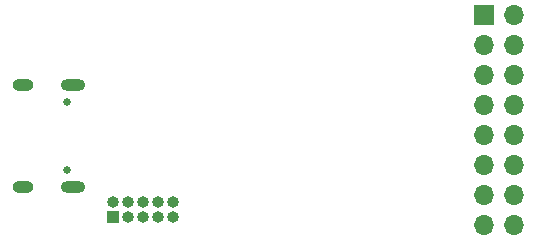
<source format=gbr>
%TF.GenerationSoftware,KiCad,Pcbnew,8.0.0*%
%TF.CreationDate,2024-03-25T21:44:05+01:00*%
%TF.ProjectId,expander-hw,65787061-6e64-4657-922d-68772e6b6963,rev?*%
%TF.SameCoordinates,Original*%
%TF.FileFunction,Soldermask,Bot*%
%TF.FilePolarity,Negative*%
%FSLAX46Y46*%
G04 Gerber Fmt 4.6, Leading zero omitted, Abs format (unit mm)*
G04 Created by KiCad (PCBNEW 8.0.0) date 2024-03-25 21:44:05*
%MOMM*%
%LPD*%
G01*
G04 APERTURE LIST*
%ADD10C,0.650000*%
%ADD11O,2.100000X1.000000*%
%ADD12O,1.800000X1.000000*%
%ADD13R,1.000000X1.000000*%
%ADD14O,1.000000X1.000000*%
%ADD15R,1.700000X1.700000*%
%ADD16O,1.700000X1.700000*%
G04 APERTURE END LIST*
D10*
%TO.C,J2*%
X114680000Y-100290000D03*
X114680000Y-106070000D03*
D11*
X115200000Y-98860000D03*
D12*
X111000000Y-98860000D03*
D11*
X115200000Y-107500000D03*
D12*
X111000000Y-107500000D03*
%TD*%
D13*
%TO.C,J1*%
X118590000Y-110025000D03*
D14*
X118590000Y-108755000D03*
X119860000Y-110025000D03*
X119860000Y-108755000D03*
X121130000Y-110025000D03*
X121130000Y-108755000D03*
X122400000Y-110025000D03*
X122400000Y-108755000D03*
X123670000Y-110025000D03*
X123670000Y-108755000D03*
%TD*%
D15*
%TO.C,J3*%
X150000000Y-92925000D03*
D16*
X152540000Y-92925000D03*
X150000000Y-95465000D03*
X152540000Y-95465000D03*
X150000000Y-98005000D03*
X152540000Y-98005000D03*
X150000000Y-100545000D03*
X152540000Y-100545000D03*
X150000000Y-103085000D03*
X152540000Y-103085000D03*
X150000000Y-105625000D03*
X152540000Y-105625000D03*
X150000000Y-108165000D03*
X152540000Y-108165000D03*
X150000000Y-110705000D03*
X152540000Y-110705000D03*
%TD*%
M02*

</source>
